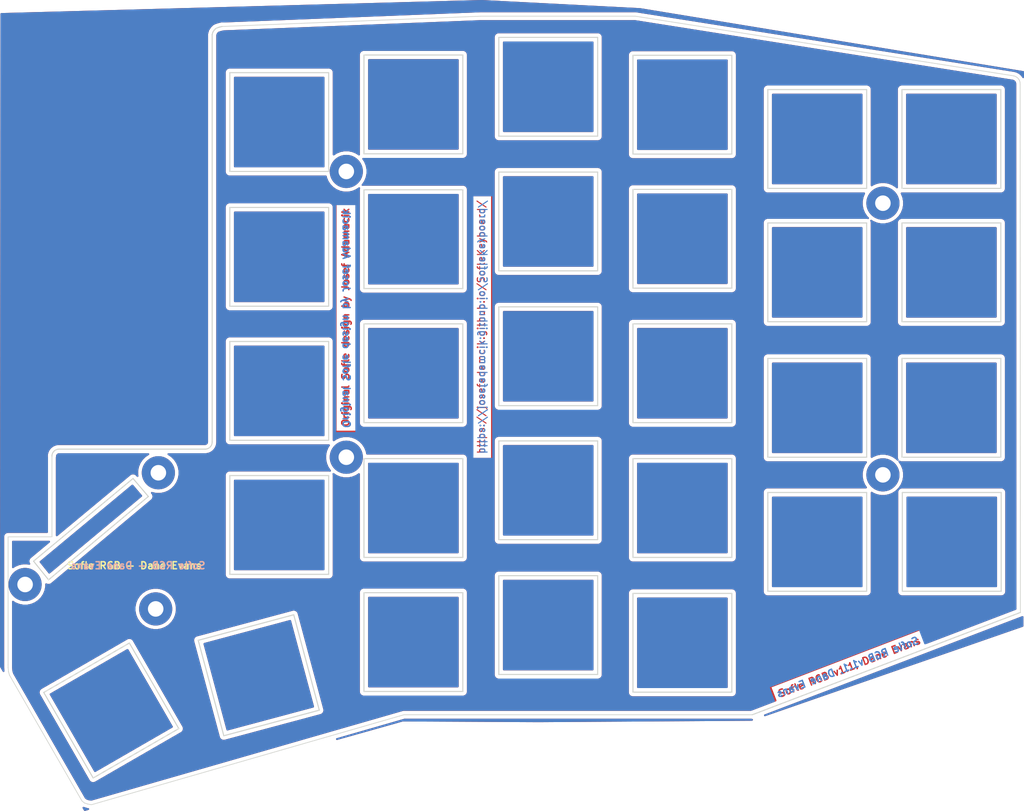
<source format=kicad_pcb>
(kicad_pcb (version 20171130) (host pcbnew 5.1.10)
  (layers (0 F.Cu signal) (31 B.Cu signal) (34 B.Paste user) (35 F.Paste user) (36 B.SilkS user) (37 F.SilkS user) (38 B.Mask user) (39 F.Mask user) (44 Edge.Cuts user))
  (net 0 "")
  (module SofleKeyboard-footprint:HOLE_M2_TH (layer F.Cu) (at 104.375 101.149 90)
    (fp_text reference TH7 hide)
    (fp_text value HOLE hide)
    (pad "" thru_hole circle (at 0 0 180) (size 4.7 4.7) (drill 2.2) (layers *.Cu *.Mask Dwgs.User) (clearance 0.3))
  )
  (module SofleKeyboard-footprint:HOLE_M2_TH (layer F.Cu) (at 85.5 116.984 90)
    (fp_text reference TH7 hide)
    (fp_text value HOLE hide)
    (pad "" thru_hole circle (at 0 0 180) (size 4.7 4.7) (drill 2.2) (layers *.Cu *.Mask Dwgs.User) (clearance 0.3))
  )
  (module dane:gecko-logo (layer F.Cu) (at 94.495 117.3)
    (fp_text reference G*** hide)
    (fp_text value LOGO hide)
  )
  (module dane:gecko-logo (layer B.Cu) (at 95.495 117.3 180)
    (fp_text reference G*** hide)
    (fp_text value LOGO hide)
  )
  (module dane:gecko-logo (layer B.Cu) (at 192.995 126.195 180)
    (fp_text reference G*** hide)
    (fp_text value LOGO hide)
  )
  (module SofleKeyboard-footprint:HOLE_M2_TH (layer F.Cu) (at 103.995 120.445 90)
    (fp_text reference TH7 hide)
    (fp_text value HOLE hide)
    (pad "" thru_hole circle (at 0 0 180) (size 4.7 4.7) (drill 2.2) (layers *.Cu *.Mask Dwgs.User) (clearance 0.3))
  )
  (module SofleKeyboard-footprint:HOLE_M2_TH (layer F.Cu) (at 131.02 99.02)
    (fp_text reference TH5 hide)
    (fp_text value HOLE hide)
    (pad "" thru_hole circle (at -0.025 -0.075 90) (size 4.7 4.7) (drill 2.2) (layers *.Cu *.Mask Dwgs.User) (clearance 0.3))
  )
  (module SofleKeyboard-footprint:HOLE_M2_TH (layer F.Cu) (at 207.17 101.47)
    (fp_text reference TH6 hide)
    (fp_text value HOLE hide)
    (pad "" thru_hole circle (at -0.175 -0.025 90) (size 4.7 4.7) (drill 2.2) (layers *.Cu *.Mask Dwgs.User) (clearance 0.3))
  )
  (module SofleKeyboard-footprint:HOLE_M2_TH (layer F.Cu) (at 130.97 58.52)
    (fp_text reference TH3 hide)
    (fp_text value HOLE hide)
    (pad "" thru_hole circle (at 0.025 -0.075 90) (size 4.7 4.7) (drill 2.2) (layers *.Cu *.Mask Dwgs.User) (clearance 0.3))
  )
  (module SofleKeyboard-footprint:HOLE_M2_TH (layer F.Cu) (at 207.22 63.22)
    (fp_text reference TH4 hide)
    (fp_text value HOLE hide)
    (pad "" thru_hole circle (at -0.225 -0.275 90) (size 4.7 4.7) (drill 2.2) (layers *.Cu *.Mask Dwgs.User) (clearance 0.3))
  )
  (module dane:gecko-logo (layer F.Cu) (at 192.245 126.195)
    (fp_text reference G*** hide)
    (fp_text value LOGO hide)
  )
  (gr_line (start 102.955 104.51) (end 100.787 101.96) (layer Edge.Cuts) (width 0.15))
  (gr_line (start 88.825 116.32) (end 102.955 104.51) (layer Edge.Cuts) (width 0.15))
  (gr_line (start 86.697 113.678) (end 88.825 116.32) (layer Edge.Cuts) (width 0.15))
  (gr_line (start 100.787 101.96) (end 86.697 113.678) (layer Edge.Cuts) (width 0.15))
  (gr_text "Sofle RGB - Dane Evans\n" (at 101.495 114.3) (layer B.SilkS) (effects (font (size 1 1) (thickness 0.2)) (justify mirror)))
  (gr_text "Sofle RGB - Dane Evans\n" (at 100.995 114.3) (layer F.SilkS) (effects (font (size 1 1) (thickness 0.2))))
  (gr_line (start 112.995 38) (end 113.395 37.9) (layer Edge.Cuts) (width 0.15))
  (gr_line (start 112.695 38.1) (end 112.995 38) (layer Edge.Cuts) (width 0.15))
  (gr_line (start 112.495 38.2) (end 112.695 38.1) (layer Edge.Cuts) (width 0.15))
  (gr_line (start 112.295 38.4) (end 112.495 38.2) (layer Edge.Cuts) (width 0.15))
  (gr_line (start 112.095 38.7) (end 112.295 38.4) (layer Edge.Cuts) (width 0.15))
  (gr_line (start 111.995 39.045) (end 112.095 38.7) (layer Edge.Cuts) (width 0.15))
  (gr_arc (start 110.995 96.8) (end 110.995 97.8) (angle -90) (layer Edge.Cuts) (width 0.15))
  (gr_arc (start 90.3 98.8) (end 90.3 97.8) (angle -90) (layer Edge.Cuts) (width 0.15))
  (gr_line (start 88.142822 132.282822) (end 100.267178 125.282822) (layer Edge.Cuts) (width 0.15))
  (gr_line (start 95.142822 144.407178) (end 88.142822 132.282822) (layer Edge.Cuts) (width 0.15))
  (gr_line (start 100.267178 125.282822) (end 107.267178 137.407178) (layer Edge.Cuts) (width 0.15))
  (gr_line (start 107.267178 137.407178) (end 95.142822 144.407178) (layer Edge.Cuts) (width 0.15))
  (gr_line (start 113.645253 138.418214) (end 110.021786 124.895253) (layer Edge.Cuts) (width 0.15))
  (gr_line (start 127.168214 134.794747) (end 113.645253 138.418214) (layer Edge.Cuts) (width 0.15))
  (gr_line (start 110.021786 124.895253) (end 123.544747 121.271786) (layer Edge.Cuts) (width 0.15))
  (gr_line (start 123.544747 121.271786) (end 127.168214 134.794747) (layer Edge.Cuts) (width 0.15))
  (gr_line (start 223.695 46.845) (end 223.695 60.845) (layer Edge.Cuts) (width 0.15))
  (gr_line (start 209.695 46.845) (end 223.695 46.845) (layer Edge.Cuts) (width 0.15))
  (gr_line (start 223.695 60.845) (end 209.695 60.845) (layer Edge.Cuts) (width 0.15))
  (gr_line (start 209.695 60.845) (end 209.695 46.845) (layer Edge.Cuts) (width 0.15))
  (gr_line (start 223.695 65.745) (end 223.695 79.745) (layer Edge.Cuts) (width 0.15))
  (gr_line (start 209.695 65.745) (end 223.695 65.745) (layer Edge.Cuts) (width 0.15))
  (gr_line (start 223.695 79.745) (end 209.695 79.745) (layer Edge.Cuts) (width 0.15))
  (gr_line (start 209.695 79.745) (end 209.695 65.745) (layer Edge.Cuts) (width 0.15))
  (gr_line (start 223.695 84.945) (end 223.695 98.945) (layer Edge.Cuts) (width 0.15))
  (gr_line (start 209.695 84.945) (end 223.695 84.945) (layer Edge.Cuts) (width 0.15))
  (gr_line (start 223.695 98.945) (end 209.695 98.945) (layer Edge.Cuts) (width 0.15))
  (gr_line (start 209.695 98.945) (end 209.695 84.945) (layer Edge.Cuts) (width 0.15))
  (gr_line (start 223.745 103.945) (end 223.745 117.945) (layer Edge.Cuts) (width 0.15))
  (gr_line (start 209.745 103.945) (end 223.745 103.945) (layer Edge.Cuts) (width 0.15))
  (gr_line (start 223.745 117.945) (end 209.745 117.945) (layer Edge.Cuts) (width 0.15))
  (gr_line (start 209.745 117.945) (end 209.745 103.945) (layer Edge.Cuts) (width 0.15))
  (gr_line (start 204.695 103.945) (end 204.695 117.945) (layer Edge.Cuts) (width 0.15))
  (gr_line (start 190.695 103.945) (end 204.695 103.945) (layer Edge.Cuts) (width 0.15))
  (gr_line (start 204.695 117.945) (end 190.695 117.945) (layer Edge.Cuts) (width 0.15))
  (gr_line (start 190.695 117.945) (end 190.695 103.945) (layer Edge.Cuts) (width 0.15))
  (gr_line (start 204.695 84.945) (end 204.695 98.945) (layer Edge.Cuts) (width 0.15))
  (gr_line (start 190.695 84.945) (end 204.695 84.945) (layer Edge.Cuts) (width 0.15))
  (gr_line (start 204.695 98.945) (end 190.695 98.945) (layer Edge.Cuts) (width 0.15))
  (gr_line (start 190.695 98.945) (end 190.695 84.945) (layer Edge.Cuts) (width 0.15))
  (gr_line (start 204.695 65.745) (end 204.695 79.745) (layer Edge.Cuts) (width 0.15))
  (gr_line (start 190.695 65.745) (end 204.695 65.745) (layer Edge.Cuts) (width 0.15))
  (gr_line (start 204.695 79.745) (end 190.695 79.745) (layer Edge.Cuts) (width 0.15))
  (gr_line (start 190.695 79.745) (end 190.695 65.745) (layer Edge.Cuts) (width 0.15))
  (gr_line (start 204.695 46.845) (end 204.695 60.845) (layer Edge.Cuts) (width 0.15))
  (gr_line (start 190.695 46.845) (end 204.695 46.845) (layer Edge.Cuts) (width 0.15))
  (gr_line (start 204.695 60.845) (end 190.695 60.845) (layer Edge.Cuts) (width 0.15))
  (gr_line (start 190.695 60.845) (end 190.695 46.845) (layer Edge.Cuts) (width 0.15))
  (gr_line (start 185.595 118.245) (end 185.595 132.245) (layer Edge.Cuts) (width 0.15))
  (gr_line (start 171.595 118.245) (end 185.595 118.245) (layer Edge.Cuts) (width 0.15))
  (gr_line (start 185.595 132.245) (end 171.595 132.245) (layer Edge.Cuts) (width 0.15))
  (gr_line (start 171.595 132.245) (end 171.595 118.245) (layer Edge.Cuts) (width 0.15))
  (gr_line (start 185.595 99.145) (end 185.595 113.145) (layer Edge.Cuts) (width 0.15))
  (gr_line (start 171.595 99.145) (end 185.595 99.145) (layer Edge.Cuts) (width 0.15))
  (gr_line (start 185.595 113.145) (end 171.595 113.145) (layer Edge.Cuts) (width 0.15))
  (gr_line (start 171.595 113.145) (end 171.595 99.145) (layer Edge.Cuts) (width 0.15))
  (gr_line (start 185.595 80.045) (end 185.595 94.045) (layer Edge.Cuts) (width 0.15))
  (gr_line (start 171.595 80.045) (end 185.595 80.045) (layer Edge.Cuts) (width 0.15))
  (gr_line (start 185.595 94.045) (end 171.595 94.045) (layer Edge.Cuts) (width 0.15))
  (gr_line (start 171.595 94.045) (end 171.595 80.045) (layer Edge.Cuts) (width 0.15))
  (gr_line (start 185.595 60.985) (end 185.595 74.985) (layer Edge.Cuts) (width 0.15))
  (gr_line (start 171.595 60.985) (end 185.595 60.985) (layer Edge.Cuts) (width 0.15))
  (gr_line (start 185.595 74.985) (end 171.595 74.985) (layer Edge.Cuts) (width 0.15))
  (gr_line (start 171.595 74.985) (end 171.595 60.985) (layer Edge.Cuts) (width 0.15))
  (gr_line (start 185.595 41.985) (end 185.595 55.985) (layer Edge.Cuts) (width 0.15))
  (gr_line (start 171.595 41.985) (end 185.595 41.985) (layer Edge.Cuts) (width 0.15))
  (gr_line (start 185.595 55.985) (end 171.595 55.985) (layer Edge.Cuts) (width 0.15))
  (gr_line (start 171.595 55.985) (end 171.595 41.985) (layer Edge.Cuts) (width 0.15))
  (gr_line (start 166.595 115.735) (end 166.595 129.735) (layer Edge.Cuts) (width 0.15))
  (gr_line (start 152.595 115.735) (end 166.595 115.735) (layer Edge.Cuts) (width 0.15))
  (gr_line (start 166.595 129.735) (end 152.595 129.735) (layer Edge.Cuts) (width 0.15))
  (gr_line (start 152.595 129.735) (end 152.595 115.735) (layer Edge.Cuts) (width 0.15))
  (gr_line (start 166.595 96.635) (end 166.595 110.635) (layer Edge.Cuts) (width 0.15))
  (gr_line (start 152.595 96.635) (end 166.595 96.635) (layer Edge.Cuts) (width 0.15))
  (gr_line (start 166.595 110.635) (end 152.595 110.635) (layer Edge.Cuts) (width 0.15))
  (gr_line (start 152.595 110.635) (end 152.595 96.635) (layer Edge.Cuts) (width 0.15))
  (gr_line (start 166.595 77.635) (end 166.595 91.635) (layer Edge.Cuts) (width 0.15))
  (gr_line (start 152.595 77.635) (end 166.595 77.635) (layer Edge.Cuts) (width 0.15))
  (gr_line (start 166.595 91.635) (end 152.595 91.635) (layer Edge.Cuts) (width 0.15))
  (gr_line (start 152.595 91.635) (end 152.595 77.635) (layer Edge.Cuts) (width 0.15))
  (gr_line (start 166.595 58.535) (end 166.595 72.535) (layer Edge.Cuts) (width 0.15))
  (gr_line (start 152.595 58.535) (end 166.595 58.535) (layer Edge.Cuts) (width 0.15))
  (gr_line (start 166.595 72.535) (end 152.595 72.535) (layer Edge.Cuts) (width 0.15))
  (gr_line (start 152.595 72.535) (end 152.595 58.535) (layer Edge.Cuts) (width 0.15))
  (gr_line (start 166.595 39.445) (end 166.595 53.445) (layer Edge.Cuts) (width 0.15))
  (gr_line (start 152.595 39.445) (end 166.595 39.445) (layer Edge.Cuts) (width 0.15))
  (gr_line (start 166.595 53.445) (end 152.595 53.445) (layer Edge.Cuts) (width 0.15))
  (gr_line (start 152.595 53.445) (end 152.595 39.445) (layer Edge.Cuts) (width 0.15))
  (gr_line (start 147.495 118.145) (end 147.495 132.145) (layer Edge.Cuts) (width 0.15))
  (gr_line (start 133.495 118.145) (end 147.495 118.145) (layer Edge.Cuts) (width 0.15))
  (gr_line (start 147.495 132.145) (end 133.495 132.145) (layer Edge.Cuts) (width 0.15))
  (gr_line (start 133.495 132.145) (end 133.495 118.145) (layer Edge.Cuts) (width 0.15))
  (gr_line (start 147.495 99.145) (end 147.495 113.145) (layer Edge.Cuts) (width 0.15))
  (gr_line (start 133.495 99.145) (end 147.495 99.145) (layer Edge.Cuts) (width 0.15))
  (gr_line (start 147.495 113.145) (end 133.495 113.145) (layer Edge.Cuts) (width 0.15))
  (gr_line (start 133.495 113.145) (end 133.495 99.145) (layer Edge.Cuts) (width 0.15))
  (gr_line (start 147.495 80.045) (end 147.495 94.045) (layer Edge.Cuts) (width 0.15))
  (gr_line (start 133.495 80.045) (end 147.495 80.045) (layer Edge.Cuts) (width 0.15))
  (gr_line (start 147.495 94.045) (end 133.495 94.045) (layer Edge.Cuts) (width 0.15))
  (gr_line (start 133.495 94.045) (end 133.495 80.045) (layer Edge.Cuts) (width 0.15))
  (gr_line (start 147.495 61.045) (end 147.495 75.045) (layer Edge.Cuts) (width 0.15))
  (gr_line (start 133.495 61.045) (end 147.495 61.045) (layer Edge.Cuts) (width 0.15))
  (gr_line (start 147.495 75.045) (end 133.495 75.045) (layer Edge.Cuts) (width 0.15))
  (gr_line (start 133.495 75.045) (end 133.495 61.045) (layer Edge.Cuts) (width 0.15))
  (gr_line (start 147.495 41.945) (end 147.495 55.945) (layer Edge.Cuts) (width 0.15))
  (gr_line (start 133.495 41.945) (end 147.495 41.945) (layer Edge.Cuts) (width 0.15))
  (gr_line (start 147.495 55.945) (end 133.495 55.945) (layer Edge.Cuts) (width 0.15))
  (gr_line (start 133.495 55.945) (end 133.495 41.945) (layer Edge.Cuts) (width 0.15))
  (gr_line (start 128.495 101.545) (end 128.495 115.545) (layer Edge.Cuts) (width 0.15))
  (gr_line (start 114.495 101.545) (end 128.495 101.545) (layer Edge.Cuts) (width 0.15))
  (gr_line (start 128.495 115.545) (end 114.495 115.545) (layer Edge.Cuts) (width 0.15))
  (gr_line (start 114.495 115.545) (end 114.495 101.545) (layer Edge.Cuts) (width 0.15))
  (gr_line (start 128.495 82.545) (end 128.495 96.545) (layer Edge.Cuts) (width 0.15))
  (gr_line (start 114.495 82.545) (end 128.495 82.545) (layer Edge.Cuts) (width 0.15))
  (gr_line (start 128.495 96.545) (end 114.495 96.545) (layer Edge.Cuts) (width 0.15))
  (gr_line (start 114.495 96.545) (end 114.495 82.545) (layer Edge.Cuts) (width 0.15))
  (gr_line (start 128.495 63.545) (end 128.495 77.545) (layer Edge.Cuts) (width 0.15))
  (gr_line (start 114.495 63.545) (end 128.495 63.545) (layer Edge.Cuts) (width 0.15))
  (gr_line (start 128.495 77.545) (end 114.495 77.545) (layer Edge.Cuts) (width 0.15))
  (gr_line (start 114.495 77.545) (end 114.495 63.545) (layer Edge.Cuts) (width 0.15))
  (gr_line (start 128.495 44.445) (end 128.495 58.445) (layer Edge.Cuts) (width 0.15))
  (gr_line (start 114.495 44.445) (end 128.495 44.445) (layer Edge.Cuts) (width 0.15))
  (gr_line (start 128.495 58.445) (end 114.495 58.445) (layer Edge.Cuts) (width 0.15))
  (gr_line (start 114.495 58.445) (end 114.495 44.445) (layer Edge.Cuts) (width 0.15))
  (gr_line (start 111.995 96.8) (end 111.995 39.045) (layer Edge.Cuts) (width 0.15))
  (gr_line (start 90.3 97.8) (end 110.995 97.8) (layer Edge.Cuts) (width 0.15))
  (gr_text "Sofle RGB v1.1, Dane Evans" (at 202.245 128.695 21) (layer F.Cu) (effects (font (size 1 1) (thickness 0.2))))
  (gr_text "Sofle RGB v1.1, Dane Evans" (at 201.995 128.695 21) (layer B.Cu) (effects (font (size 1 1) (thickness 0.2)) (justify mirror)))
  (gr_text "Original Sofle design by Josef Adamacik" (at 130.895 79.1 90) (layer F.Cu) (effects (font (size 1 1) (thickness 0.2))))
  (gr_text "Original Sofle design by Josef Adamacik" (at 130.995 79.3 270) (layer B.Cu) (effects (font (size 1 1) (thickness 0.2)) (justify mirror)))
  (gr_text https://josefadamcik.github.io/SofleKeyboard/ (at 150.095 80.5 90) (layer F.Cu) (effects (font (size 1 1))))
  (gr_text https://josefadamcik.github.io/SofleKeyboard/ (at 150.395 80.5 270) (layer B.Cu) (effects (font (size 1 1)) (justify mirror)))
  (gr_line (start 225.856871 45.026466) (end 226.021621 45.1406) (layer Edge.Cuts) (width 0.1))
  (gr_line (start 89.3 110.228) (end 89.3 98.8) (layer Edge.Cuts) (width 0.1))
  (gr_line (start 226.163321 45.280582) (end 226.278881 45.442807) (layer Edge.Cuts) (width 0.1))
  (gr_line (start 149.995 36.445) (end 171.945 36.445) (layer Edge.Cuts) (width 0.1))
  (gr_line (start 226.021621 45.1406) (end 226.163321 45.280582) (layer Edge.Cuts) (width 0.1))
  (gr_line (start 139.149128 135.445) (end 94.895 148.195) (layer Edge.Cuts) (width 0.1))
  (gr_line (start 83.295 129.845) (end 83.145 129.345) (layer Edge.Cuts) (width 0.1))
  (gr_line (start 139.149128 135.445) (end 188.495 135.445) (layer Edge.Cuts) (width 0.1))
  (gr_line (start 149.995 36.445) (end 113.395 37.9) (layer Edge.Cuts) (width 0.1))
  (gr_line (start 226.365281 45.623672) (end 226.419381 45.819571) (layer Edge.Cuts) (width 0.1))
  (gr_line (start 83.093 128.334) (end 83.093 110.232) (layer Edge.Cuts) (width 0.1))
  (gr_line (start 226.419381 45.819571) (end 226.438181 46.026902) (layer Edge.Cuts) (width 0.1))
  (gr_line (start 226.438181 46.026902) (end 226.465181 120.945) (layer Edge.Cuts) (width 0.1))
  (gr_line (start 225.470441 44.890146) (end 225.672111 44.941776) (layer Edge.Cuts) (width 0.1))
  (gr_line (start 93.545 147.645) (end 93.895 147.945) (layer Edge.Cuts) (width 0.1))
  (gr_line (start 83.095 128.745) (end 83.095 128.345) (layer Edge.Cuts) (width 0.1))
  (gr_line (start 226.465181 120.945) (end 188.495 135.445) (layer Edge.Cuts) (width 0.15))
  (gr_line (start 225.672111 44.941776) (end 225.856871 45.026466) (layer Edge.Cuts) (width 0.1))
  (gr_line (start 93.895 147.945) (end 94.345 148.095) (layer Edge.Cuts) (width 0.1))
  (gr_line (start 83.145 129.345) (end 83.095 128.745) (layer Edge.Cuts) (width 0.1))
  (gr_line (start 94.345 148.095) (end 94.895 148.195) (layer Edge.Cuts) (width 0.1))
  (gr_line (start 89.305 110.231) (end 83.097 110.231) (layer Edge.Cuts) (width 0.1))
  (gr_line (start 171.945 36.445) (end 225.470441 44.890146) (layer Edge.Cuts) (width 0.1))
  (gr_line (start 93.545 147.645) (end 83.295 129.845) (layer Edge.Cuts) (width 0.1))
  (gr_line (start 226.278881 45.442807) (end 226.365281 45.623672) (layer Edge.Cuts) (width 0.1))
  (zone (net 0) (net_name "") (layer B.Cu) (connect_pads (clearance 0.508)) (min_thickness 0.254) (fill yes (arc_segments 32) (thermal_gap 0.508) (thermal_bridge_width 0.508))
    (polygon (pts (xy 172.6101 35.3032) (xy 226.995 44.245) (xy 226.895 122.945) (xy 188.445 136.295) (xy 158.245 136.495) (xy 138.995 136.395) (xy 93.895 149.095) (xy 81.945 128.645) (xy 82.0083 36.0017) (xy 150.1565 34.1475)))
  )
  (zone (net 0) (net_name "") (layer F.Cu) (connect_pads (clearance 0.508)) (min_thickness 0.254) (fill yes (arc_segments 32) (thermal_gap 0.508) (thermal_bridge_width 0.508))
    (polygon (pts (xy 172.6101 35.3032) (xy 226.995 44.245) (xy 226.895 122.945) (xy 188.445 136.295) (xy 158.245 136.495) (xy 138.995 136.395) (xy 93.895 149.095) (xy 81.945 128.645) (xy 82.0083 36.0017) (xy 150.1565 34.1475)))
  )
)
</source>
